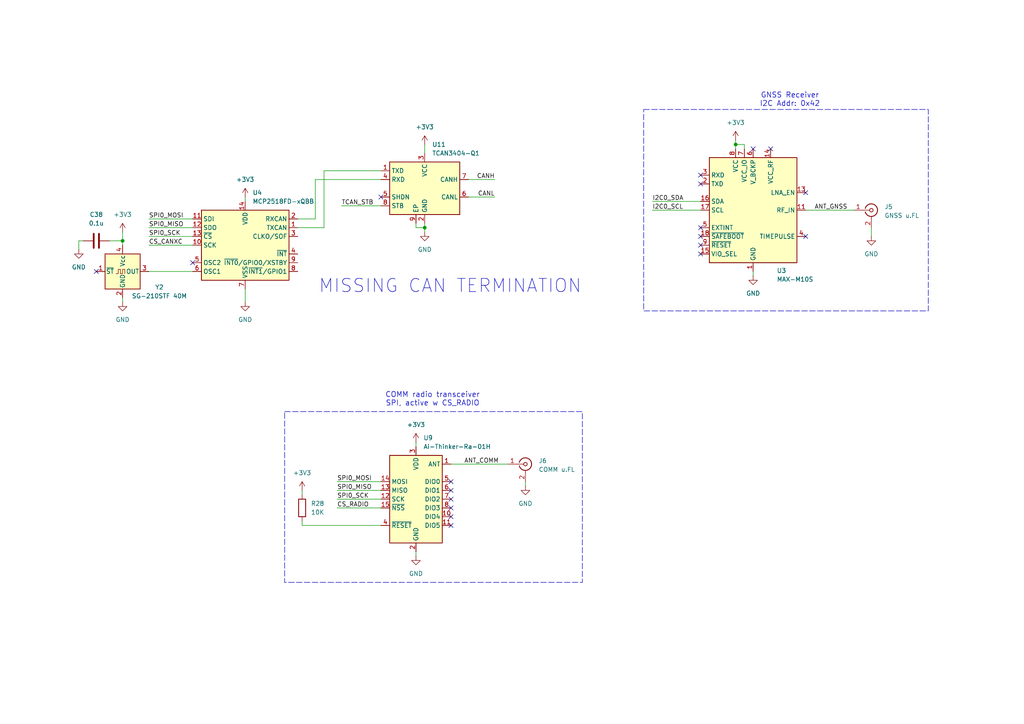
<source format=kicad_sch>
(kicad_sch (version 20250114) (generator "eeschema") (generator_version "9.0")
  (paper "A4")
  (lib_symbols
    (symbol "Connector:Conn_Coaxial" (pin_names (offset 1.016) (hide yes))
      (property "Reference" "J" (at 0.254 3.048 0))
      (property "Value" "Conn_Coaxial" (at 2.921 0 90))
      (symbol "Conn_Coaxial_0_1"
        (polyline (pts (xy -2.54 0) (xy -0.508 0)))
        (arc (start 1.778 0) (mid 0.222 -1.8079) (end -1.778 -0.508) (stroke (width 0.254)))
        (arc (start -1.778 0.508) (mid 0.2221 1.8084) (end 1.778 0) (stroke (width 0.254)))
        (circle (center 0 0) (radius 0.508) (stroke (width 0.2032)))
        (polyline (pts (xy 0 -2.54) (xy 0 -1.778)))
      )
      (symbol "Conn_Coaxial_1_1"
        (pin passive line (at -5.08 0 0) (length 2.54) (name "In") (number "1"))
        (pin passive line (at 0 -5.08 90) (length 2.54) (name "Ext") (number "2"))
      )
    )
    (symbol "Device:C" (pin_numbers (hide yes)) (pin_names (offset 0.254))
      (property "Reference" "C" (at 0.635 2.54 0))
      (property "Value" "C" (at 0.635 -2.54 0))
      (symbol "C_0_1"
        (polyline (pts (xy -2.032 0.762) (xy 2.032 0.762)) (stroke (width 0.508)))
        (polyline (pts (xy -2.032 -0.762) (xy 2.032 -0.762)) (stroke (width 0.508)))
      )
      (symbol "C_1_1"
        (pin passive line (at 0 3.81 270) (length 2.794) (name "~") (number "1"))
        (pin passive line (at 0 -3.81 90) (length 2.794) (name "~") (number "2"))
      )
    )
    (symbol "Device:R" (pin_numbers (hide yes)) (pin_names (offset 0))
      (property "Reference" "R" (at 2.032 0 90))
      (property "Value" "R" (at 0 0 90))
      (symbol "R_0_1"
        (rectangle (start -1.016 -2.54) (end 1.016 2.54) (stroke (width 0.254)))
      )
      (symbol "R_1_1"
        (pin passive line (at 0 3.81 270) (length 1.27) (name "~") (number "1"))
        (pin passive line (at 0 -3.81 90) (length 1.27) (name "~") (number "2"))
      )
    )
    (symbol "Interface_CAN_LIN:MCP2518FD-xQBB"
      (property "Reference" "U" (at 8.89 13.97 0))
      (property "Value" "MCP2518FD-xQBB" (at -3.81 13.97 0))
      (symbol "MCP2518FD-xQBB_0_1"
        (rectangle (start -12.7 10.16) (end 12.7 -10.16) (stroke (width 0.254)) (fill (type background)))
      )
      (symbol "MCP2518FD-xQBB_1_1"
        (pin input line (at -15.24 7.62 0) (length 2.54) (name "SDI") (number "11"))
        (pin output line (at -15.24 5.08 0) (length 2.54) (name "SDO") (number "12"))
        (pin input line (at -15.24 2.54 0) (length 2.54) (name "~{CS}") (number "13"))
        (pin input line (at -15.24 0 0) (length 2.54) (name "SCK") (number "10"))
        (pin output line (at -15.24 -5.08 0) (length 2.54) (name "OSC2") (number "5"))
        (pin input line (at -15.24 -7.62 0) (length 2.54) (name "OSC1") (number "6"))
        (pin power_in line (at 0 12.7 270) (length 2.54) (name "VDD") (number "14"))
        (pin passive line (at 0 -12.7 90) (length 2.54) (hide yes) (name "VSS") (number "15"))
        (pin power_in line (at 0 -12.7 90) (length 2.54) (name "VSS") (number "7"))
        (pin input line (at 15.24 7.62 180) (length 2.54) (name "RXCAN") (number "2"))
        (pin output line (at 15.24 5.08 180) (length 2.54) (name "TXCAN") (number "1"))
        (pin output line (at 15.24 2.54 180) (length 2.54) (name "CLKO/SOF") (number "3"))
        (pin output line (at 15.24 -2.54 180) (length 2.54) (name "~{INT}") (number "4"))
        (pin bidirectional line (at 15.24 -5.08 180) (length 2.54) (name "~{INT0}/GPIO0/XSTBY") (number "9"))
        (pin bidirectional line (at 15.24 -7.62 180) (length 2.54) (name "~{INT1}/GPIO1") (number "8"))
      )
    )
    (symbol "Interface_CAN_LIN:TCAN334G"
      (property "Reference" "U11" (at 2.1433 12.7 0))
      (property "Value" "TCAN3404-Q1" (at 2.1433 10.16 0))
      (symbol "TCAN334G_0_1"
        (rectangle (start -10.16 7.62) (end 10.16 -7.62) (stroke (width 0.254)) (fill (type background)))
      )
      (symbol "TCAN334G_1_1"
        (pin input line (at -12.7 5.08 0) (length 2.54) (name "TXD") (number "1"))
        (pin tri_state line (at -12.7 2.54 0) (length 2.54) (name "RXD") (number "4"))
        (pin input line (at -12.7 -2.54 0) (length 2.54) (name "SHDN") (number "5"))
        (pin input line (at -12.7 -5.08 0) (length 2.54) (name "STB") (number "8"))
        (pin power_in line (at -2.54 -10.16 90) (length 2.54) (name "EP") (number "9"))
        (pin power_in line (at 0 10.16 270) (length 2.54) (name "VCC") (number "3"))
        (pin power_in line (at 0 -10.16 90) (length 2.54) (name "GND") (number "2"))
        (pin bidirectional line (at 12.7 2.54 180) (length 2.54) (name "CANH") (number "7"))
        (pin bidirectional line (at 12.7 -2.54 180) (length 2.54) (name "CANL") (number "6"))
      )
    )
    (symbol "Oscillator:SG-210STF" (pin_names (offset 0.254))
      (property "Reference" "Y" (at -5.08 6.35 0))
      (property "Value" "SG-210STF" (at 1.27 -6.35 0))
      (symbol "SG-210STF_0_1"
        (rectangle (start -5.08 5.08) (end 5.08 -5.08) (stroke (width 0.254)) (fill (type background)))
        (polyline (pts (xy -1.905 -0.635) (xy -1.27 -0.635) (xy -1.27 0.635) (xy -0.635 0.635) (xy -0.635 -0.635) (xy 0 -0.635) (xy 0 0.635) (xy 0.635 0.635) (xy 0.635 -0.635)))
      )
      (symbol "SG-210STF_1_1"
        (pin input line (at -7.62 0 0) (length 2.54) (name "~{ST}") (number "1"))
        (pin power_in line (at 0 7.62 270) (length 2.54) (name "Vcc") (number "4"))
        (pin power_in line (at 0 -7.62 90) (length 2.54) (name "GND") (number "2"))
        (pin output line (at 7.62 0 180) (length 2.54) (name "OUT") (number "3"))
      )
    )
    (symbol "RF_GPS:MAX-M10S"
      (property "Reference" "U" (at -10.16 16.51 0))
      (property "Value" "MAX-M10S" (at 11.43 16.51 0))
      (symbol "MAX-M10S_0_1"
        (rectangle (start 12.7 15.24) (end -12.7 -15.24) (stroke (width 0.254)) (fill (type background)))
      )
      (symbol "MAX-M10S_1_1"
        (pin input line (at -15.24 10.16 0) (length 2.54) (name "RXD") (number "3"))
        (pin output line (at -15.24 7.62 0) (length 2.54) (name "TXD") (number "2"))
        (pin bidirectional line (at -15.24 2.54 0) (length 2.54) (name "SDA") (number "16"))
        (pin input line (at -15.24 0 0) (length 2.54) (name "SCL") (number "17"))
        (pin input line (at -15.24 -5.08 0) (length 2.54) (name "EXTINT") (number "5"))
        (pin input line (at -15.24 -7.62 0) (length 2.54) (name "~{SAFEBOOT}") (number "18"))
        (pin input line (at -15.24 -10.16 0) (length 2.54) (name "~{RESET}") (number "9"))
        (pin input line (at -15.24 -12.7 0) (length 2.54) (name "VIO_SEL") (number "15"))
        (pin power_in line (at -5.08 17.78 270) (length 2.54) (name "VCC") (number "8"))
        (pin power_in line (at -2.54 17.78 270) (length 2.54) (name "VCC_IO") (number "7"))
        (pin power_in line (at 0 17.78 270) (length 2.54) (name "V_BCKP") (number "6"))
        (pin power_in line (at 0 -17.78 90) (length 2.54) (name "GND") (number "1"))
        (pin passive line (at 0 -17.78 90) (length 2.54) (hide yes) (name "GND") (number "10"))
        (pin passive line (at 0 -17.78 90) (length 2.54) (hide yes) (name "GND") (number "12"))
        (pin power_out line (at 5.08 17.78 270) (length 2.54) (name "VCC_RF") (number "14"))
        (pin output line (at 15.24 5.08 180) (length 2.54) (name "LNA_EN") (number "13"))
        (pin input line (at 15.24 0 180) (length 2.54) (name "RF_IN") (number "11"))
        (pin output line (at 15.24 -7.62 180) (length 2.54) (name "TIMEPULSE") (number "4"))
      )
    )
    (symbol "RF_Module:Ai-Thinker-Ra-01"
      (property "Reference" "U" (at 2.54 17.78 0))
      (property "Value" "Ai-Thinker-Ra-01" (at 13.97 -15.24 0))
      (symbol "Ai-Thinker-Ra-01_0_1"
        (rectangle (start -7.62 12.7) (end 7.62 -12.7) (stroke (width 0.254)) (fill (type background)))
      )
      (symbol "Ai-Thinker-Ra-01_1_1"
        (pin input line (at -10.16 5.08 0) (length 2.54) (name "MOSI") (number "14"))
        (pin output line (at -10.16 2.54 0) (length 2.54) (name "MISO") (number "13"))
        (pin input line (at -10.16 0 0) (length 2.54) (name "SCK") (number "12"))
        (pin input line (at -10.16 -2.54 0) (length 2.54) (name "~{NSS}") (number "15"))
        (pin input line (at -10.16 -7.62 0) (length 2.54) (name "~{RESET}") (number "4"))
        (pin power_in line (at 0 15.24 270) (length 2.54) (name "VDD") (number "3"))
        (pin passive line (at 0 -15.24 90) (length 2.54) (hide yes) (name "GND") (number "16"))
        (pin power_in line (at 0 -15.24 90) (length 2.54) (name "GND") (number "2"))
        (pin passive line (at 0 -15.24 90) (length 2.54) (hide yes) (name "GND") (number "9"))
        (pin passive line (at 10.16 10.16 180) (length 2.54) (name "ANT") (number "1"))
        (pin bidirectional line (at 10.16 5.08 180) (length 2.54) (name "DIO0") (number "5"))
        (pin bidirectional line (at 10.16 2.54 180) (length 2.54) (name "DIO1") (number "6"))
        (pin bidirectional line (at 10.16 0 180) (length 2.54) (name "DIO2") (number "7"))
        (pin bidirectional line (at 10.16 -2.54 180) (length 2.54) (name "DIO3") (number "8"))
        (pin bidirectional line (at 10.16 -5.08 180) (length 2.54) (name "DIO4") (number "10"))
        (pin bidirectional line (at 10.16 -7.62 180) (length 2.54) (name "DIO5") (number "11"))
      )
    )
    (symbol "power:+3V3" (power) (pin_numbers (hide yes)) (pin_names (offset 0) (hide yes))
      (property "Value" "+3V3" (at 0 3.556 0))
      (symbol "+3V3_0_1"
        (polyline (pts (xy -0.762 1.27) (xy 0 2.54)))
        (polyline (pts (xy 0 2.54) (xy 0.762 1.27)))
        (polyline (pts (xy 0 0) (xy 0 2.54)))
      )
      (symbol "+3V3_1_1"
        (pin power_in line (at 0 0 90) (length 0) (name "~") (number "1"))
      )
    )
    (symbol "power:GND" (power) (pin_numbers (hide yes)) (pin_names (offset 0) (hide yes))
      (property "Value" "GND" (at 0 -3.81 0))
      (symbol "GND_0_1"
        (polyline (pts (xy 0 0) (xy 0 -1.27) (xy 1.27 -1.27) (xy 0 -2.54) (xy -1.27 -1.27) (xy 0 -1.27)))
      )
      (symbol "GND_1_1"
        (pin power_in line (at 0 0 270) (length 0) (name "~") (number "1"))
      )
    )
  )
  (rectangle (start 82.55 119.38) (end 168.91 168.91) (stroke (width 0) (type dash)))
  (rectangle (start 186.69 31.75) (end 269.24 90.17) (stroke (width 0) (type dash)))
  (text "COMM radio transceiver\nSPI, active w CS_RADIO" (at 125.476 115.824 0) (effects (font (size 1.524 1.524))))
  (text "MISSING CAN TERMINATION" (at 130.556 83.058 0) (effects (font (size 3.81 3.81))))
  (text "GNSS Receiver\nI2C Addr: 0x42" (at 229.108 28.956 0) (effects (font (size 1.524 1.524))))
  (junction (at 213.36 41.91))
  (junction (at 35.56 69.85))
  (junction (at 123.19 66.04))
  (no_connect (at 130.81 152.4))
  (no_connect (at 233.68 55.88))
  (no_connect (at 110.49 57.15))
  (no_connect (at 203.2 71.12))
  (no_connect (at 55.88 76.2))
  (no_connect (at 233.68 68.58))
  (no_connect (at 203.2 73.66))
  (no_connect (at 130.81 144.78))
  (no_connect (at 130.81 139.7))
  (no_connect (at 130.81 142.24))
  (no_connect (at 27.94 78.74))
  (no_connect (at 130.81 147.32))
  (no_connect (at 203.2 53.34))
  (no_connect (at 203.2 68.58))
  (no_connect (at 203.2 66.04))
  (no_connect (at 203.2 50.8))
  (no_connect (at 223.52 43.18))
  (no_connect (at 130.81 149.86))
  (no_connect (at 218.44 43.18))
  (wire (pts (xy 120.65 66.04) (xy 123.19 66.04)))
  (wire (pts (xy 252.73 66.04) (xy 252.73 68.58)))
  (wire (pts (xy 97.79 147.32) (xy 110.49 147.32)))
  (wire (pts (xy 43.18 66.04) (xy 55.88 66.04)))
  (wire (pts (xy 215.9 41.91) (xy 215.9 43.18)))
  (wire (pts (xy 91.44 63.5) (xy 86.36 63.5)))
  (wire (pts (xy 213.36 43.18) (xy 213.36 41.91)))
  (wire (pts (xy 22.86 69.85) (xy 22.86 72.39)))
  (wire (pts (xy 233.68 60.96) (xy 247.65 60.96)))
  (wire (pts (xy 93.98 49.53) (xy 110.49 49.53)))
  (wire (pts (xy 123.19 41.91) (xy 123.19 44.45)))
  (wire (pts (xy 97.79 139.7) (xy 110.49 139.7)))
  (wire (pts (xy 97.79 144.78) (xy 110.49 144.78)))
  (wire (pts (xy 130.81 134.62) (xy 147.32 134.62)))
  (wire (pts (xy 87.63 151.13) (xy 87.63 152.4)))
  (wire (pts (xy 24.13 69.85) (xy 22.86 69.85)))
  (wire (pts (xy 43.18 78.74) (xy 55.88 78.74)))
  (wire (pts (xy 87.63 142.24) (xy 87.63 143.51)))
  (wire (pts (xy 189.23 60.96) (xy 203.2 60.96)))
  (wire (pts (xy 218.44 78.74) (xy 218.44 80.01)))
  (wire (pts (xy 152.4 139.7) (xy 152.4 140.97)))
  (wire (pts (xy 91.44 52.07) (xy 91.44 63.5)))
  (wire (pts (xy 86.36 66.04) (xy 93.98 66.04)))
  (wire (pts (xy 35.56 69.85) (xy 35.56 71.12)))
  (wire (pts (xy 97.79 142.24) (xy 110.49 142.24)))
  (wire (pts (xy 35.56 67.31) (xy 35.56 69.85)))
  (wire (pts (xy 31.75 69.85) (xy 35.56 69.85)))
  (wire (pts (xy 135.89 52.07) (xy 143.51 52.07)))
  (wire (pts (xy 99.06 59.69) (xy 110.49 59.69)))
  (wire (pts (xy 110.49 52.07) (xy 91.44 52.07)))
  (wire (pts (xy 120.65 128.27) (xy 120.65 129.54)))
  (wire (pts (xy 43.18 63.5) (xy 55.88 63.5)))
  (wire (pts (xy 120.65 160.02) (xy 120.65 161.29)))
  (wire (pts (xy 135.89 57.15) (xy 143.51 57.15)))
  (wire (pts (xy 123.19 64.77) (xy 123.19 66.04)))
  (wire (pts (xy 123.19 66.04) (xy 123.19 67.31)))
  (wire (pts (xy 71.12 83.82) (xy 71.12 87.63)))
  (wire (pts (xy 93.98 66.04) (xy 93.98 49.53)))
  (wire (pts (xy 71.12 57.15) (xy 71.12 58.42)))
  (wire (pts (xy 120.65 64.77) (xy 120.65 66.04)))
  (wire (pts (xy 43.18 71.12) (xy 55.88 71.12)))
  (wire (pts (xy 213.36 41.91) (xy 215.9 41.91)))
  (wire (pts (xy 189.23 58.42) (xy 203.2 58.42)))
  (wire (pts (xy 213.36 40.64) (xy 213.36 41.91)))
  (wire (pts (xy 43.18 68.58) (xy 55.88 68.58)))
  (wire (pts (xy 35.56 86.36) (xy 35.56 87.63)))
  (wire (pts (xy 87.63 152.4) (xy 110.49 152.4)))
  (label "SPI0_SCK" (at 97.79 144.78 0))
  (label "CANH" (at 143.51 52.07 180))
  (label "SPI0_MOSI" (at 97.79 139.7 0))
  (label "SPI0_MISO" (at 43.18 66.04 0))
  (label "ANT_GNSS" (at 236.22 60.96 0))
  (label "TCAN_STB" (at 99.06 59.69 0))
  (label "SPI0_MISO" (at 97.79 142.24 0))
  (label "SPI0_MOSI" (at 43.18 63.5 0))
  (label "CS_CANXC" (at 43.18 71.12 0))
  (label "SPI0_SCK" (at 43.18 68.58 0))
  (label "CANL" (at 143.51 57.15 180))
  (label "ANT_COMM" (at 134.62 134.62 0))
  (label "CS_RADIO" (at 97.79 147.32 0))
  (label "I2C0_SCL" (at 189.23 60.96 0))
  (label "I2C0_SDA" (at 189.23 58.42 0))
  (symbol (lib_id "Connector:Conn_Coaxial") (at 152.4 134.62 0) (unit 1)
    (property "Reference" "J6" (at 156.21 133.6431 0) (effects (justify left)))
    (property "Value" "COMM u.FL" (at 156.21 136.1831 0) (effects (justify left)))
    (property "Footprint" "Connector_Coaxial:U.FL_Hirose_U.FL-R-SMT-1_Vertical" (effects (hide yes)))
    (property "Description" "coaxial connector (BNC, SMA, SMB, SMC, Cinch/RCA, LEMO, ...)" (effects (hide yes)))
  )
  (symbol (lib_id "power:GND") (at 71.12 87.63 0) (unit 1)
    (property "Reference" "#PWR087" (effects (hide yes)))
    (property "Value" "GND" (at 71.12 92.71 0))
    (property "Description" "Power symbol creates a global label with name \"GND\" , ground" (effects (hide yes)))
  )
  (symbol (lib_id "power:GND") (at 120.65 161.29 0) (unit 1)
    (property "Reference" "#PWR088" (effects (hide yes)))
    (property "Value" "GND" (at 120.65 166.37 0))
    (property "Description" "Power symbol creates a global label with name \"GND\" , ground" (effects (hide yes)))
  )
  (symbol (lib_id "RF_Module:Ai-Thinker-Ra-01") (at 120.65 144.78 0) (unit 1)
    (property "Reference" "U9" (at 122.7933 127 0) (effects (justify left)))
    (property "Value" "Ai-Thinker-Ra-01H" (at 122.7933 129.54 0) (effects (justify left)))
    (property "Footprint" "RF_Module:Ai-Thinker-Ra-01-LoRa" (effects (hide yes)))
    (property "Datasheet" "http://wiki.ai-thinker.com/_media/lora/docs/c047ps01a1_ra-01_product_specification_v1.1.pdf" (effects (hide yes)))
    (property "Description" "Ai-Thinker Ra-01 902-928 MHz LoRa Module, SPI interface, external antenna" (effects (hide yes)))
  )
  (symbol (lib_id "power:GND") (at 123.19 67.31 0) (unit 1)
    (property "Reference" "#PWR023" (effects (hide yes)))
    (property "Value" "GND" (at 123.19 72.39 0))
    (property "Description" "Power symbol creates a global label with name \"GND\" , ground" (effects (hide yes)))
  )
  (symbol (lib_id "power:+3V3") (at 35.56 67.31 0) (unit 1)
    (property "Reference" "#PWR090" (effects (hide yes)))
    (property "Value" "+3V3" (at 35.56 62.23 0))
    (property "Description" "Power symbol creates a global label with name \"+3V3\"" (effects (hide yes)))
  )
  (symbol (lib_id "power:+3V3") (at 123.19 41.91 0) (unit 1)
    (property "Reference" "#PWR024" (effects (hide yes)))
    (property "Value" "+3V3" (at 123.19 36.83 0))
    (property "Description" "Power symbol creates a global label with name \"+3V3\"" (effects (hide yes)))
  )
  (symbol (lib_id "power:GND") (at 22.86 72.39 0) (unit 1)
    (property "Reference" "#PWR092" (effects (hide yes)))
    (property "Value" "GND" (at 22.86 77.47 0))
    (property "Description" "Power symbol creates a global label with name \"GND\" , ground" (effects (hide yes)))
  )
  (symbol (lib_id "Oscillator:SG-210STF") (at 35.56 78.74 0) (unit 1)
    (property "Reference" "Y2" (at 46.228 83.312 0))
    (property "Value" "SG-210STF 40M" (at 46.228 85.852 0))
    (property "Footprint" "Crystal:Crystal_SMD_2520-4Pin_2.5x2.0mm" (effects (hide yes)))
    (property "Datasheet" "https://support.epson.biz/td/api/doc_check.php?mode=dl&lang=en&Parts=SG-210STF" (effects (hide yes)))
    (property "Description" "CMOS Crystal Oscillator SPXO" (effects (hide yes)))
  )
  (symbol (lib_id "power:+3V3") (at 213.36 40.64 0) (unit 1)
    (property "Reference" "#PWR073" (effects (hide yes)))
    (property "Value" "+3V3" (at 213.36 35.56 0))
    (property "Description" "Power symbol creates a global label with name \"+3V3\"" (effects (hide yes)))
  )
  (symbol (lib_id "power:+3V3") (at 71.12 57.15 0) (unit 1)
    (property "Reference" "#PWR089" (effects (hide yes)))
    (property "Value" "+3V3" (at 71.12 52.07 0))
    (property "Description" "Power symbol creates a global label with name \"+3V3\"" (effects (hide yes)))
  )
  (symbol (lib_id "power:GND") (at 252.73 68.58 0) (unit 1)
    (property "Reference" "#PWR032" (effects (hide yes)))
    (property "Value" "GND" (at 252.73 73.66 0))
    (property "Description" "Power symbol creates a global label with name \"GND\" , ground" (effects (hide yes)))
  )
  (symbol (lib_id "Device:R") (at 87.63 147.32 0) (unit 1)
    (property "Reference" "R28" (at 90.17 146.0499 0) (effects (justify left)))
    (property "Value" "10K" (at 90.17 148.5899 0) (effects (justify left)))
    (property "Footprint" "Resistor_SMD:R_0603_1608Metric" (effects (hide yes)))
    (property "Description" "Resistor" (effects (hide yes)))
  )
  (symbol (lib_id "power:+3V3") (at 120.65 128.27 0) (unit 1)
    (property "Reference" "#PWR091" (effects (hide yes)))
    (property "Value" "+3V3" (at 120.65 123.19 0))
    (property "Description" "Power symbol creates a global label with name \"+3V3\"" (effects (hide yes)))
  )
  (symbol (lib_id "Interface_CAN_LIN:MCP2518FD-xQBB") (at 71.12 71.12 0) (unit 1)
    (property "Reference" "U4" (at 73.2633 55.88 0) (effects (justify left)))
    (property "Value" "MCP2518FD-xQBB" (at 73.2633 58.42 0) (effects (justify left)))
    (property "Footprint" "Package_DFN_QFN:DFN-14-1EP_3x4.5mm_P0.65mm_EP1.65x4.25mm" (effects (hide yes)))
    (property "Datasheet" "https://ww1.microchip.com/downloads/aemDocuments/documents/OTH/ProductDocuments/DataSheets/External-CAN-FD-Controller-with-SPI-Interface-DS20006027B.pdf" (effects (hide yes)))
    (property "Description" "CAN FD Controller with SPI Interface, up to 8 Mbps, Vdd 2.7..5.5V,  functional safety ready, VDFN-14" (effects (hide yes)))
  )
  (symbol (lib_id "RF_GPS:MAX-M10S") (at 218.44 60.96 0) (unit 1)
    (property "Reference" "U3" (at 225.298 78.486 0) (effects (justify left)))
    (property "Value" "MAX-M10S" (at 225.298 81.026 0) (effects (justify left)))
    (property "Footprint" "RF_GPS:ublox_MAX" (effects (hide yes)))
    (property "Datasheet" "https://content.u-blox.com/sites/default/files/MAX-M10S_DataSheet_UBX-20035208.pdf" (effects (hide yes)))
    (property "Description" "GNSS Module MAX M10, VCC 1.65V to 3.6V" (effects (hide yes)))
  )
  (symbol (lib_id "power:GND") (at 218.44 80.01 0) (unit 1)
    (property "Reference" "#PWR076" (effects (hide yes)))
    (property "Value" "GND" (at 218.44 85.09 0))
    (property "Description" "Power symbol creates a global label with name \"GND\" , ground" (effects (hide yes)))
  )
  (symbol (lib_id "power:+3V3") (at 87.63 142.24 0) (unit 1)
    (property "Reference" "#PWR093" (effects (hide yes)))
    (property "Value" "+3V3" (at 87.63 137.16 0))
    (property "Description" "Power symbol creates a global label with name \"+3V3\"" (effects (hide yes)))
  )
  (symbol (lib_id "Connector:Conn_Coaxial") (at 252.73 60.96 0) (unit 1)
    (property "Reference" "J5" (at 256.54 59.9831 0) (effects (justify left)))
    (property "Value" "GNSS u.FL" (at 256.54 62.5231 0) (effects (justify left)))
    (property "Footprint" "Connector_Coaxial:U.FL_Hirose_U.FL-R-SMT-1_Vertical" (effects (hide yes)))
    (property "Description" "coaxial connector (BNC, SMA, SMB, SMC, Cinch/RCA, LEMO, ...)" (effects (hide yes)))
  )
  (symbol (lib_id "power:GND") (at 152.4 140.97 0) (unit 1)
    (property "Reference" "#PWR028" (effects (hide yes)))
    (property "Value" "GND" (at 152.4 146.05 0))
    (property "Description" "Power symbol creates a global label with name \"GND\" , ground" (effects (hide yes)))
  )
  (symbol (lib_id "Device:C") (at 27.94 69.85 90) (unit 1)
    (property "Reference" "C38" (at 27.94 62.23 90))
    (property "Value" "0.1u" (at 27.94 64.77 90))
    (property "Footprint" "Capacitor_SMD:C_0603_1608Metric" (effects (hide yes)))
    (property "Description" "Unpolarized capacitor" (effects (hide yes)))
  )
  (symbol (lib_id "Interface_CAN_LIN:TCAN334G") (at 123.19 54.61 0) (unit 1)
    (property "Reference" "U11" (at 125.3333 41.91 0) (effects (justify left)))
    (property "Value" "TCAN3404-Q1" (at 125.3333 44.45 0) (effects (justify left)))
    (property "Footprint" "Package_SON:VSON-8-1EP_3x3mm_P0.65mm_EP1.65x2.4mm" (effects (hide yes)))
    (property "Datasheet" "http://www.ti.com/lit/ds/symlink/tcan337.pdf" (effects (hide yes)))
    (property "Description" "High-Speed CAN Transceiver with CAN FD, 5Mbps, 3.3V supply, low power standby mode, shutdown mode, SOT-23-8/SOIC-8" (effects (hide yes)))
  )
  (symbol (lib_id "power:GND") (at 35.56 87.63 0) (unit 1)
    (property "Reference" "#PWR086" (effects (hide yes)))
    (property "Value" "GND" (at 35.56 92.71 0))
    (property "Description" "Power symbol creates a global label with name \"GND\" , ground" (effects (hide yes)))
  )
)
</source>
